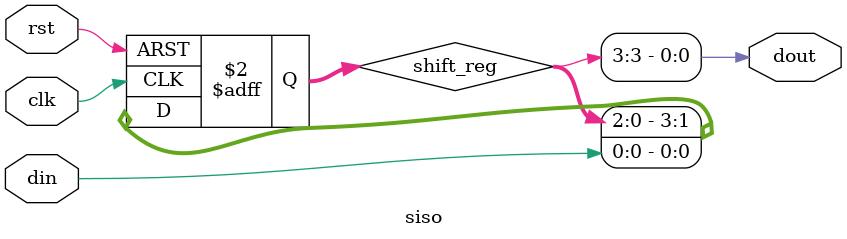
<source format=sv>
module siso (input logic clk,input logic rst,input logic din ,output logic dout);
  logic [3:0] shift_reg;
  always @(posedge clk or posedge rst)begin
  if (rst)
   shift_reg <=4'b0;
    else
      shift_reg<={shift_reg[2:0],din};
  end
  assign dout = shift_reg[3];
endmodule

</source>
